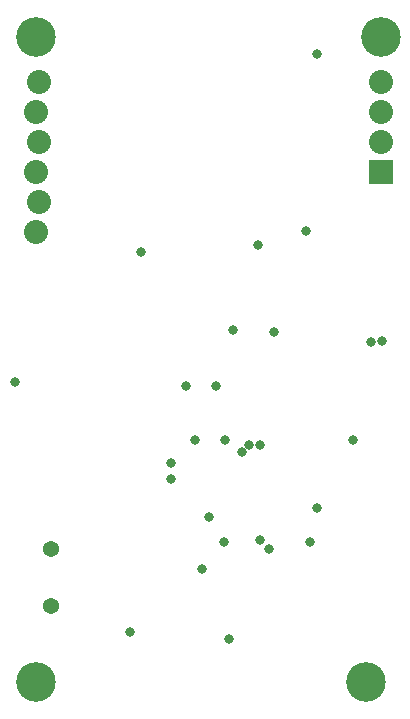
<source format=gbs>
G75*
%MOIN*%
%OFA0B0*%
%FSLAX25Y25*%
%IPPOS*%
%LPD*%
%AMOC8*
5,1,8,0,0,1.08239X$1,22.5*
%
%ADD10C,0.13198*%
%ADD11R,0.08000X0.08000*%
%ADD12C,0.08000*%
%ADD13C,0.05400*%
%ADD14C,0.03300*%
D10*
X0012050Y0022667D03*
X0012050Y0237667D03*
X0122050Y0022667D03*
X0127050Y0237667D03*
D11*
X0127050Y0192667D03*
D12*
X0127050Y0202667D03*
X0127050Y0212667D03*
X0127050Y0222667D03*
X0013050Y0222667D03*
X0012050Y0212667D03*
X0013050Y0202667D03*
X0012050Y0192667D03*
X0013050Y0182667D03*
X0012050Y0172667D03*
D13*
X0017050Y0067167D03*
X0017050Y0048167D03*
D14*
X0043450Y0039267D03*
X0067450Y0060267D03*
X0074650Y0069267D03*
X0069850Y0077667D03*
X0080650Y0099267D03*
X0083050Y0101667D03*
X0086650Y0101667D03*
X0075250Y0103467D03*
X0072250Y0121467D03*
X0065050Y0103467D03*
X0057250Y0095667D03*
X0057250Y0090267D03*
X0062050Y0121467D03*
X0077650Y0140067D03*
X0091450Y0139467D03*
X0086050Y0168267D03*
X0102250Y0173067D03*
X0123850Y0135867D03*
X0127450Y0136467D03*
X0117850Y0103467D03*
X0105850Y0080667D03*
X0103450Y0069267D03*
X0089650Y0066867D03*
X0086650Y0069867D03*
X0076450Y0036867D03*
X0047050Y0165867D03*
X0005050Y0122667D03*
X0105850Y0231867D03*
M02*

</source>
